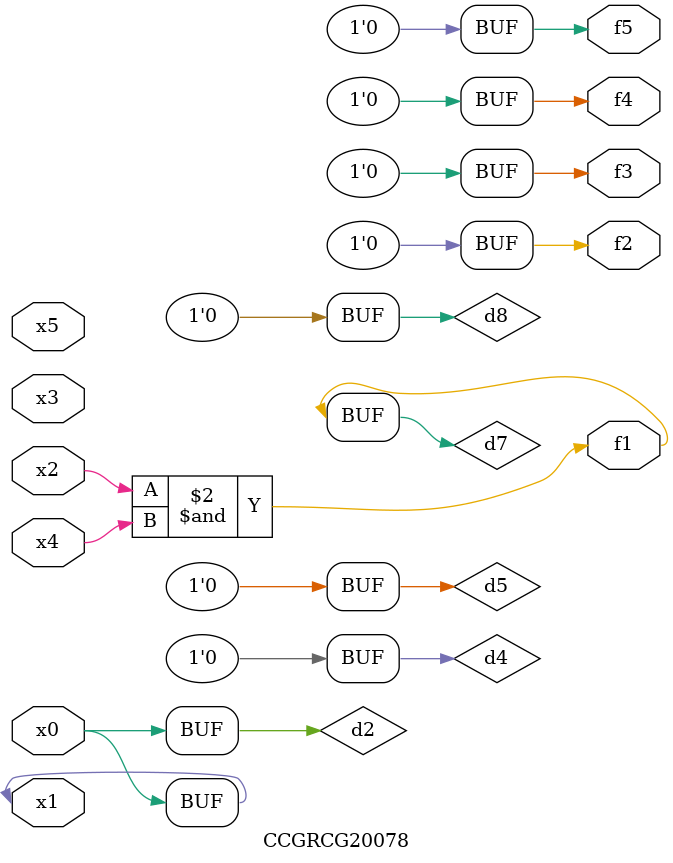
<source format=v>
module CCGRCG20078(
	input x0, x1, x2, x3, x4, x5,
	output f1, f2, f3, f4, f5
);

	wire d1, d2, d3, d4, d5, d6, d7, d8, d9;

	nand (d1, x1);
	buf (d2, x0, x1);
	nand (d3, x2, x4);
	and (d4, d1, d2);
	and (d5, d1, d2);
	nand (d6, d1, d3);
	not (d7, d3);
	xor (d8, d5);
	nor (d9, d5, d6);
	assign f1 = d7;
	assign f2 = d8;
	assign f3 = d8;
	assign f4 = d8;
	assign f5 = d8;
endmodule

</source>
